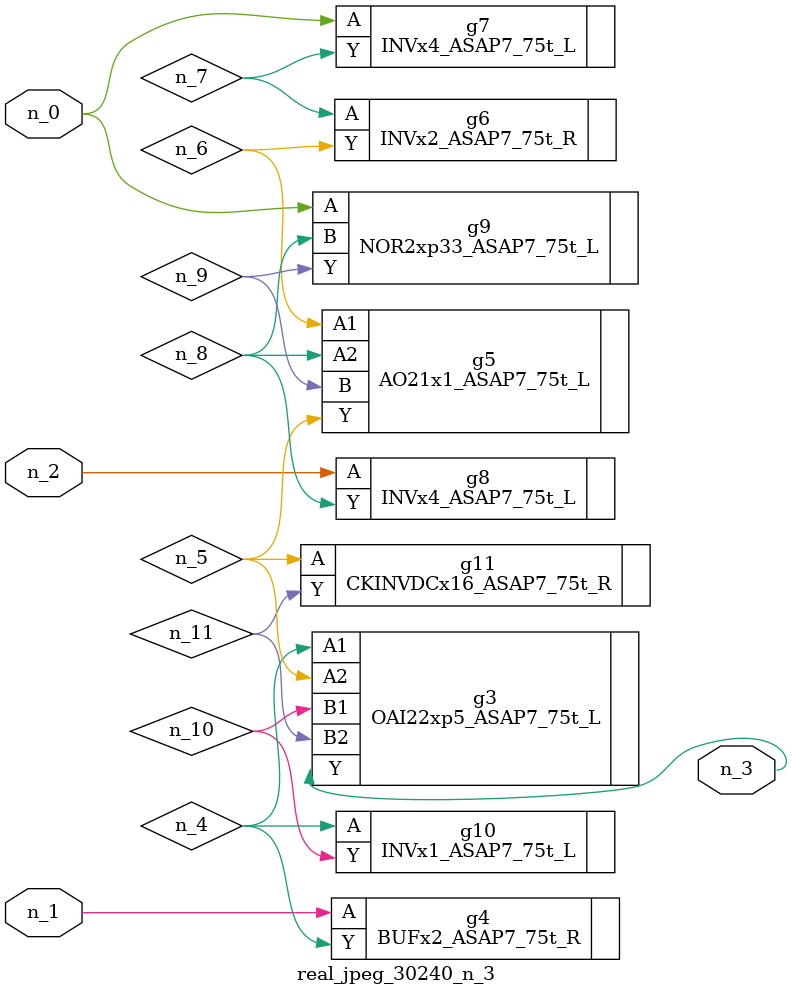
<source format=v>
module real_jpeg_30240_n_3 (n_1, n_0, n_2, n_3);

input n_1;
input n_0;
input n_2;

output n_3;

wire n_5;
wire n_4;
wire n_8;
wire n_11;
wire n_6;
wire n_7;
wire n_10;
wire n_9;

INVx4_ASAP7_75t_L g7 ( 
.A(n_0),
.Y(n_7)
);

NOR2xp33_ASAP7_75t_L g9 ( 
.A(n_0),
.B(n_8),
.Y(n_9)
);

BUFx2_ASAP7_75t_R g4 ( 
.A(n_1),
.Y(n_4)
);

INVx4_ASAP7_75t_L g8 ( 
.A(n_2),
.Y(n_8)
);

OAI22xp5_ASAP7_75t_L g3 ( 
.A1(n_4),
.A2(n_5),
.B1(n_10),
.B2(n_11),
.Y(n_3)
);

INVx1_ASAP7_75t_L g10 ( 
.A(n_4),
.Y(n_10)
);

CKINVDCx16_ASAP7_75t_R g11 ( 
.A(n_5),
.Y(n_11)
);

AO21x1_ASAP7_75t_L g5 ( 
.A1(n_6),
.A2(n_8),
.B(n_9),
.Y(n_5)
);

INVx2_ASAP7_75t_R g6 ( 
.A(n_7),
.Y(n_6)
);


endmodule
</source>
